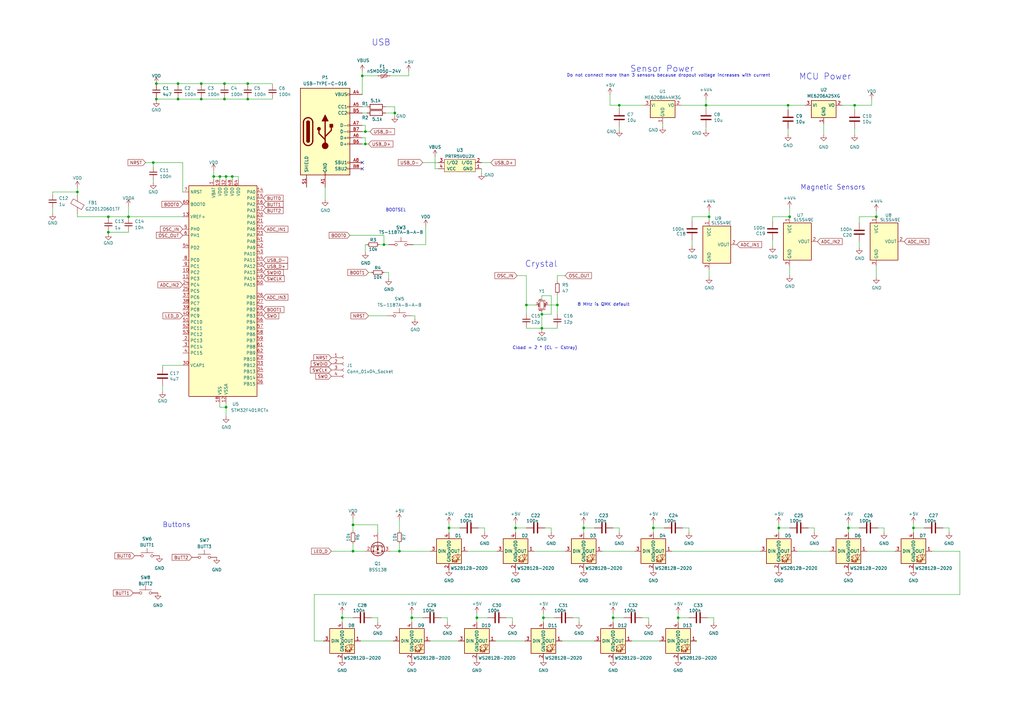
<source format=kicad_sch>
(kicad_sch (version 20230121) (generator eeschema)
  (paper "A3")
  (title_block (title "keeb") (date "2020-12-18") (rev "REV1"))
  (junction (at 228.6 125.095))
  (junction (at 92.71 167.005))
  (junction (at 73.025 34.29))
  (junction (at 290.83 88.9))
  (junction (at 161.925 46.355))
  (junction (at 144.78 226.06))
  (junction (at 101.6 40.64))
  (junction (at 254 43.18))
  (junction (at 92.075 40.64))
  (junction (at 211.455 216.535))
  (junction (at 90.17 72.39))
  (junction (at 157.48 100.33))
  (junction (at 195.58 253.365))
  (junction (at 215.9 125.095))
  (junction (at 31.75 78.74))
  (junction (at 319.405 216.535))
  (junction (at 92.71 72.39))
  (junction (at 267.97 216.535))
  (junction (at 168.91 253.365))
  (junction (at 149.86 53.975))
  (junction (at 64.135 40.64))
  (junction (at 95.25 72.39))
  (junction (at 140.335 253.365))
  (junction (at 148.59 31.115))
  (junction (at 222.885 253.365))
  (junction (at 222.25 128.905))
  (junction (at 82.55 34.29))
  (junction (at 289.56 43.18))
  (junction (at 222.25 134.62))
  (junction (at 163.83 226.06))
  (junction (at 374.65 216.535))
  (junction (at 144.78 215.265))
  (junction (at 347.98 216.535))
  (junction (at 184.15 216.535))
  (junction (at 44.45 95.25))
  (junction (at 64.135 34.29))
  (junction (at 52.705 88.9))
  (junction (at 323.85 88.9))
  (junction (at 87.63 72.39))
  (junction (at 82.55 40.64))
  (junction (at 149.86 59.055))
  (junction (at 323.215 43.18))
  (junction (at 350.52 43.18))
  (junction (at 278.13 253.365))
  (junction (at 92.075 34.29))
  (junction (at 73.025 40.64))
  (junction (at 359.41 88.9))
  (junction (at 62.865 66.675))
  (junction (at 239.395 216.535))
  (junction (at 251.46 253.365))
  (junction (at 101.6 34.29))
  (junction (at 44.45 88.9))
  (no_connect (at 148.59 66.675))
  (no_connect (at 148.59 69.215))
  (wire (pts (xy 290.83 110.49) (xy 290.83 113.665)))
  (wire (pts (xy 82.55 34.29) (xy 92.075 34.29)))
  (wire (pts (xy 52.705 84.455) (xy 52.705 88.9)))
  (wire (pts (xy 82.55 40.64) (xy 92.075 40.64)))
  (wire (pts (xy 140.335 253.365) (xy 140.335 255.27)))
  (wire (pts (xy 179.705 69.215) (xy 178.435 69.215)))
  (wire (pts (xy 128.905 262.89) (xy 132.715 262.89)))
  (wire (pts (xy 316.865 98.425) (xy 316.865 100.965)))
  (wire (pts (xy 251.46 253.365) (xy 255.905 253.365)))
  (wire (pts (xy 191.77 226.06) (xy 203.835 226.06)))
  (wire (pts (xy 327.025 226.06) (xy 340.36 226.06)))
  (wire (pts (xy 239.395 216.535) (xy 243.84 216.535)))
  (wire (pts (xy 92.075 34.29) (xy 101.6 34.29)))
  (wire (pts (xy 44.45 88.9) (xy 52.705 88.9)))
  (wire (pts (xy 160.02 31.115) (xy 167.64 31.115)))
  (wire (pts (xy 87.63 69.85) (xy 87.63 72.39)))
  (wire (pts (xy 92.71 167.005) (xy 92.71 170.815)))
  (wire (pts (xy 334.01 216.535) (xy 334.01 218.44)))
  (wire (pts (xy 111.76 40.005) (xy 111.76 40.64)))
  (wire (pts (xy 159.385 111.76) (xy 159.385 114.3)))
  (wire (pts (xy 195.58 253.365) (xy 200.025 253.365)))
  (wire (pts (xy 144.78 212.725) (xy 144.78 215.265)))
  (wire (pts (xy 150.495 43.815) (xy 148.59 43.815)))
  (wire (pts (xy 228.6 134.62) (xy 228.6 133.985)))
  (wire (pts (xy 174.625 100.33) (xy 174.625 92.71)))
  (wire (pts (xy 144.78 222.885) (xy 144.78 226.06)))
  (wire (pts (xy 149.86 53.975) (xy 151.765 53.975)))
  (wire (pts (xy 87.63 72.39) (xy 90.17 72.39)))
  (wire (pts (xy 168.91 253.365) (xy 173.355 253.365)))
  (wire (pts (xy 173.355 66.675) (xy 179.705 66.675)))
  (wire (pts (xy 140.335 253.365) (xy 144.78 253.365)))
  (wire (pts (xy 224.79 125.095) (xy 228.6 125.095)))
  (wire (pts (xy 21.59 80.01) (xy 21.59 78.74)))
  (wire (pts (xy 290.83 90.17) (xy 290.83 88.9)))
  (wire (pts (xy 278.13 251.46) (xy 278.13 253.365)))
  (wire (pts (xy 267.97 216.535) (xy 272.415 216.535)))
  (wire (pts (xy 359.41 86.36) (xy 359.41 88.9)))
  (wire (pts (xy 292.735 253.365) (xy 290.195 253.365)))
  (wire (pts (xy 184.15 216.535) (xy 184.15 218.44)))
  (wire (pts (xy 226.06 121.285) (xy 226.06 128.905)))
  (wire (pts (xy 345.44 43.18) (xy 350.52 43.18)))
  (wire (pts (xy 222.25 128.905) (xy 222.25 134.62)))
  (wire (pts (xy 62.865 66.675) (xy 62.865 68.58)))
  (wire (pts (xy 111.76 34.29) (xy 111.76 34.925)))
  (wire (pts (xy 148.59 46.355) (xy 150.495 46.355)))
  (wire (pts (xy 289.56 52.07) (xy 289.56 53.34)))
  (wire (pts (xy 323.215 52.705) (xy 323.215 55.245)))
  (wire (pts (xy 82.55 34.925) (xy 82.55 34.29)))
  (wire (pts (xy 334.01 216.535) (xy 331.47 216.535)))
  (wire (pts (xy 133.35 76.835) (xy 133.35 81.915)))
  (wire (pts (xy 323.215 45.085) (xy 323.215 43.18)))
  (wire (pts (xy 44.45 88.9) (xy 44.45 89.535)))
  (wire (pts (xy 149.86 100.33) (xy 149.86 103.505)))
  (wire (pts (xy 393.7 226.06) (xy 393.7 243.84)))
  (wire (pts (xy 64.135 40.64) (xy 73.025 40.64)))
  (wire (pts (xy 168.91 253.365) (xy 168.91 255.27)))
  (wire (pts (xy 237.49 253.365) (xy 234.95 253.365)))
  (wire (pts (xy 149.86 51.435) (xy 149.86 53.975)))
  (wire (pts (xy 64.135 40.64) (xy 64.135 40.005)))
  (wire (pts (xy 143.51 96.52) (xy 157.48 96.52)))
  (wire (pts (xy 219.075 226.06) (xy 231.775 226.06)))
  (wire (pts (xy 154.94 253.365) (xy 154.94 255.27)))
  (wire (pts (xy 323.85 85.09) (xy 323.85 88.9)))
  (wire (pts (xy 74.93 66.675) (xy 74.93 78.74)))
  (wire (pts (xy 275.59 226.06) (xy 311.785 226.06)))
  (wire (pts (xy 323.85 109.22) (xy 323.85 113.03)))
  (wire (pts (xy 250.19 43.18) (xy 254 43.18)))
  (wire (pts (xy 222.885 251.46) (xy 222.885 253.365)))
  (wire (pts (xy 198.755 216.535) (xy 198.755 218.44)))
  (wire (pts (xy 167.64 29.21) (xy 167.64 31.115)))
  (wire (pts (xy 148.59 31.115) (xy 148.59 38.735)))
  (wire (pts (xy 111.76 34.29) (xy 101.6 34.29)))
  (wire (pts (xy 254 216.535) (xy 251.46 216.535)))
  (wire (pts (xy 197.485 66.675) (xy 201.295 66.675)))
  (wire (pts (xy 350.52 52.705) (xy 350.52 55.245)))
  (wire (pts (xy 352.425 99.06) (xy 352.425 101.6)))
  (wire (pts (xy 101.6 34.29) (xy 101.6 34.925)))
  (wire (pts (xy 259.08 262.89) (xy 270.51 262.89)))
  (wire (pts (xy 161.925 46.355) (xy 161.925 47.625)))
  (wire (pts (xy 74.93 149.86) (xy 66.675 149.86)))
  (wire (pts (xy 163.83 226.06) (xy 176.53 226.06)))
  (wire (pts (xy 151.13 111.76) (xy 152.4 111.76)))
  (wire (pts (xy 355.6 226.06) (xy 367.03 226.06)))
  (wire (pts (xy 163.83 222.885) (xy 163.83 226.06)))
  (wire (pts (xy 148.59 29.21) (xy 148.59 31.115)))
  (wire (pts (xy 254 52.07) (xy 254 53.34)))
  (wire (pts (xy 92.075 40.64) (xy 101.6 40.64)))
  (wire (pts (xy 222.25 122.555) (xy 222.25 121.285)))
  (wire (pts (xy 160.02 226.06) (xy 163.83 226.06)))
  (wire (pts (xy 319.405 216.535) (xy 323.85 216.535)))
  (wire (pts (xy 183.515 253.365) (xy 183.515 255.27)))
  (wire (pts (xy 195.58 253.365) (xy 195.58 255.27)))
  (wire (pts (xy 140.335 251.46) (xy 140.335 253.365)))
  (wire (pts (xy 168.91 129.54) (xy 170.18 129.54)))
  (wire (pts (xy 264.16 43.18) (xy 254 43.18)))
  (wire (pts (xy 279.4 43.18) (xy 289.56 43.18)))
  (wire (pts (xy 222.885 253.365) (xy 222.885 255.27)))
  (wire (pts (xy 323.85 88.9) (xy 316.865 88.9)))
  (wire (pts (xy 231.775 113.03) (xy 228.6 113.03)))
  (wire (pts (xy 215.9 134.62) (xy 215.9 133.985)))
  (wire (pts (xy 128.905 243.84) (xy 128.905 262.89)))
  (wire (pts (xy 352.425 88.9) (xy 359.41 88.9)))
  (wire (pts (xy 289.56 44.45) (xy 289.56 43.18)))
  (wire (pts (xy 149.86 59.055) (xy 149.86 56.515)))
  (wire (pts (xy 31.75 87.63) (xy 31.75 88.9)))
  (wire (pts (xy 222.25 121.285) (xy 226.06 121.285)))
  (wire (pts (xy 157.48 111.76) (xy 159.385 111.76)))
  (wire (pts (xy 157.48 96.52) (xy 157.48 100.33)))
  (wire (pts (xy 222.25 135.255) (xy 222.25 134.62)))
  (wire (pts (xy 222.25 134.62) (xy 228.6 134.62)))
  (wire (pts (xy 278.13 253.365) (xy 278.13 255.27)))
  (wire (pts (xy 31.75 88.9) (xy 44.45 88.9)))
  (wire (pts (xy 319.405 214.63) (xy 319.405 216.535)))
  (wire (pts (xy 44.45 95.25) (xy 44.45 94.615)))
  (wire (pts (xy 183.515 253.365) (xy 180.975 253.365)))
  (wire (pts (xy 197.485 69.215) (xy 197.485 71.12)))
  (wire (pts (xy 62.865 73.66) (xy 62.865 74.93)))
  (wire (pts (xy 282.575 216.535) (xy 280.035 216.535)))
  (wire (pts (xy 101.6 40.005) (xy 101.6 40.64)))
  (wire (pts (xy 222.885 253.365) (xy 227.33 253.365)))
  (wire (pts (xy 283.845 98.425) (xy 283.845 100.965)))
  (wire (pts (xy 178.435 69.215) (xy 178.435 64.135)))
  (wire (pts (xy 92.075 34.925) (xy 92.075 34.29)))
  (wire (pts (xy 92.075 40.005) (xy 92.075 40.64)))
  (wire (pts (xy 211.455 214.63) (xy 211.455 216.535)))
  (wire (pts (xy 254 44.45) (xy 254 43.18)))
  (wire (pts (xy 90.17 165.1) (xy 90.17 167.005)))
  (wire (pts (xy 198.755 216.535) (xy 196.215 216.535)))
  (wire (pts (xy 73.025 40.005) (xy 73.025 40.64)))
  (wire (pts (xy 230.505 262.89) (xy 243.84 262.89)))
  (wire (pts (xy 350.52 45.085) (xy 350.52 43.18)))
  (wire (pts (xy 222.25 134.62) (xy 215.9 134.62)))
  (wire (pts (xy 161.925 43.815) (xy 161.925 46.355)))
  (wire (pts (xy 316.865 88.9) (xy 316.865 90.805)))
  (wire (pts (xy 222.25 127.635) (xy 222.25 128.905)))
  (wire (pts (xy 289.56 43.18) (xy 323.215 43.18)))
  (wire (pts (xy 59.69 66.675) (xy 62.865 66.675)))
  (wire (pts (xy 374.65 216.535) (xy 379.095 216.535)))
  (wire (pts (xy 357.505 40.64) (xy 357.505 43.18)))
  (wire (pts (xy 92.71 165.1) (xy 92.71 167.005)))
  (wire (pts (xy 95.25 72.39) (xy 95.25 73.66)))
  (wire (pts (xy 215.9 128.905) (xy 215.9 125.095)))
  (wire (pts (xy 73.025 40.64) (xy 82.55 40.64)))
  (wire (pts (xy 251.46 253.365) (xy 251.46 255.27)))
  (wire (pts (xy 149.86 100.33) (xy 150.495 100.33)))
  (wire (pts (xy 135.89 226.06) (xy 144.78 226.06)))
  (wire (pts (xy 31.75 76.835) (xy 31.75 78.74)))
  (wire (pts (xy 44.45 95.885) (xy 44.45 95.25)))
  (wire (pts (xy 168.91 251.46) (xy 168.91 253.365)))
  (wire (pts (xy 250.19 38.735) (xy 250.19 43.18)))
  (wire (pts (xy 163.83 213.36) (xy 163.83 217.805)))
  (wire (pts (xy 154.94 215.265) (xy 154.94 218.44)))
  (wire (pts (xy 195.58 251.46) (xy 195.58 253.365)))
  (wire (pts (xy 73.025 34.29) (xy 82.55 34.29)))
  (wire (pts (xy 292.735 253.365) (xy 292.735 255.27)))
  (wire (pts (xy 266.065 253.365) (xy 266.065 255.27)))
  (wire (pts (xy 347.98 216.535) (xy 347.98 218.44)))
  (wire (pts (xy 285.115 262.89) (xy 285.75 262.89)))
  (wire (pts (xy 347.98 214.63) (xy 347.98 216.535)))
  (wire (pts (xy 184.15 214.63) (xy 184.15 216.535)))
  (wire (pts (xy 239.395 216.535) (xy 239.395 218.44)))
  (wire (pts (xy 251.46 251.46) (xy 251.46 253.365)))
  (wire (pts (xy 374.65 214.63) (xy 374.65 216.535)))
  (wire (pts (xy 362.585 216.535) (xy 360.045 216.535)))
  (wire (pts (xy 374.65 216.535) (xy 374.65 218.44)))
  (wire (pts (xy 210.185 253.365) (xy 210.185 255.27)))
  (wire (pts (xy 31.75 78.74) (xy 31.75 80.01)))
  (wire (pts (xy 151.13 129.54) (xy 158.75 129.54)))
  (wire (pts (xy 155.575 100.33) (xy 157.48 100.33)))
  (wire (pts (xy 128.905 243.84) (xy 393.7 243.84)))
  (wire (pts (xy 92.71 72.39) (xy 92.71 73.66)))
  (wire (pts (xy 323.215 43.18) (xy 330.2 43.18)))
  (wire (pts (xy 87.63 72.39) (xy 87.63 73.66)))
  (wire (pts (xy 90.17 72.39) (xy 92.71 72.39)))
  (wire (pts (xy 184.15 216.535) (xy 188.595 216.535)))
  (wire (pts (xy 239.395 214.63) (xy 239.395 216.535)))
  (wire (pts (xy 362.585 216.535) (xy 362.585 218.44)))
  (wire (pts (xy 267.97 216.535) (xy 267.97 218.44)))
  (wire (pts (xy 92.71 72.39) (xy 95.25 72.39)))
  (wire (pts (xy 154.94 253.365) (xy 152.4 253.365)))
  (wire (pts (xy 169.545 100.33) (xy 174.625 100.33)))
  (wire (pts (xy 144.78 226.06) (xy 149.86 226.06)))
  (wire (pts (xy 82.55 40.005) (xy 82.55 40.64)))
  (wire (pts (xy 144.78 215.265) (xy 154.94 215.265)))
  (wire (pts (xy 176.53 262.89) (xy 187.96 262.89)))
  (wire (pts (xy 211.455 216.535) (xy 215.9 216.535)))
  (wire (pts (xy 382.27 226.06) (xy 393.7 226.06)))
  (wire (pts (xy 237.49 253.365) (xy 237.49 255.27)))
  (wire (pts (xy 389.255 216.535) (xy 389.255 218.44)))
  (wire (pts (xy 247.015 226.06) (xy 260.35 226.06)))
  (wire (pts (xy 148.59 31.115) (xy 154.94 31.115)))
  (wire (pts (xy 158.115 46.355) (xy 161.925 46.355)))
  (wire (pts (xy 144.78 215.265) (xy 144.78 217.805)))
  (wire (pts (xy 215.9 113.03) (xy 212.09 113.03)))
  (wire (pts (xy 170.18 129.54) (xy 170.18 130.81)))
  (wire (pts (xy 64.135 34.29) (xy 73.025 34.29)))
  (wire (pts (xy 90.17 72.39) (xy 90.17 73.66)))
  (wire (pts (xy 210.185 253.365) (xy 207.645 253.365)))
  (wire (pts (xy 226.06 128.905) (xy 222.25 128.905)))
  (wire (pts (xy 148.59 51.435) (xy 149.86 51.435)))
  (wire (pts (xy 211.455 216.535) (xy 211.455 218.44)))
  (wire (pts (xy 64.135 34.29) (xy 64.135 34.925)))
  (wire (pts (xy 389.255 216.535) (xy 386.715 216.535)))
  (wire (pts (xy 337.82 50.8) (xy 337.82 55.245)))
  (wire (pts (xy 215.9 113.03) (xy 215.9 125.095)))
  (wire (pts (xy 290.83 86.36) (xy 290.83 88.9)))
  (wire (pts (xy 52.705 88.9) (xy 52.705 89.535)))
  (wire (pts (xy 97.79 72.39) (xy 97.79 73.66)))
  (wire (pts (xy 148.59 56.515) (xy 149.86 56.515)))
  (wire (pts (xy 203.2 262.89) (xy 215.265 262.89)))
  (wire (pts (xy 283.845 88.9) (xy 283.845 90.805)))
  (wire (pts (xy 73.025 34.925) (xy 73.025 34.29)))
  (wire (pts (xy 157.48 100.33) (xy 159.385 100.33)))
  (wire (pts (xy 52.705 95.25) (xy 52.705 94.615)))
  (wire (pts (xy 226.06 216.535) (xy 226.06 218.44)))
  (wire (pts (xy 148.59 53.975) (xy 149.86 53.975)))
  (wire (pts (xy 90.17 167.005) (xy 92.71 167.005)))
  (wire (pts (xy 289.56 40.64) (xy 289.56 43.18)))
  (wire (pts (xy 62.865 66.675) (xy 74.93 66.675)))
  (wire (pts (xy 282.575 216.535) (xy 282.575 218.44)))
  (wire (pts (xy 149.86 59.055) (xy 151.13 59.055)))
  (wire (pts (xy 215.9 125.095) (xy 219.71 125.095)))
  (wire (pts (xy 359.41 109.22) (xy 359.41 113.665)))
  (wire (pts (xy 66.675 158.115) (xy 66.675 160.655)))
  (wire (pts (xy 271.78 50.8) (xy 271.78 52.07)))
  (wire (pts (xy 290.83 88.9) (xy 283.845 88.9)))
  (wire (pts (xy 319.405 216.535) (xy 319.405 218.44)))
  (wire (pts (xy 266.065 253.365) (xy 263.525 253.365)))
  (wire (pts (xy 278.13 253.365) (xy 282.575 253.365)))
  (wire (pts (xy 111.76 40.64) (xy 101.6 40.64)))
  (wire (pts (xy 228.6 113.03) (xy 228.6 115.57)))
  (wire (pts (xy 228.6 128.905) (xy 228.6 125.095)))
  (wire (pts (xy 95.25 72.39) (xy 97.79 72.39)))
  (wire (pts (xy 66.675 149.86) (xy 66.675 150.495)))
  (wire (pts (xy 161.925 43.815) (xy 158.115 43.815)))
  (wire (pts (xy 147.955 262.89) (xy 161.29 262.89)))
  (wire (pts (xy 21.59 78.74) (xy 31.75 78.74)))
  (wire (pts (xy 226.06 216.535) (xy 223.52 216.535)))
  (wire (pts (xy 21.59 85.09) (xy 21.59 87.63)))
  (wire (pts (xy 254 216.535) (xy 254 218.44)))
  (wire (pts (xy 148.59 59.055) (xy 149.86 59.055)))
  (wire (pts (xy 267.97 214.63) (xy 267.97 216.535)))
  (wire (pts (xy 350.52 43.18) (xy 357.505 43.18)))
  (wire (pts (xy 228.6 120.65) (xy 228.6 125.095)))
  (wire (pts (xy 52.705 88.9) (xy 74.93 88.9)))
  (wire (pts (xy 44.45 95.25) (xy 52.705 95.25)))
  (wire (pts (xy 64.135 41.275) (xy 64.135 40.64)))
  (wire (pts (xy 352.425 88.9) (xy 352.425 91.44)))
  (wire (pts (xy 347.98 216.535) (xy 352.425 216.535)))
  (text "Sensor Power" (at 258.445 29.845 0) (effects (font (size 2.54 2.54)) (justify left bottom)))
  (text "Do not connect more than 3 sensors because dropout voltage increases with current" (at 232.41 31.75 0) (effects (font (size 1.27 1.27)) (justify left bottom)))
  (text "BOOTSEL" (at 158.115 86.995 0) (effects (font (size 1.27 1.27)) (justify left bottom)))
  (text "8 MHz is QMK default" (at 236.855 125.73 0) (effects (font (size 1.27 1.27)) (justify left bottom)))
  (text "Crystal" (at 215.265 109.855 0) (effects (font (size 2.54 2.54)) (justify left bottom)))
  (text "MCU Power" (at 327.66 33.02 0) (effects (font (size 2.54 2.54)) (justify left bottom)))
  (text "Magnetic Sensors" (at 328.295 78.105 0) (effects (font (size 2 2)) (justify left bottom)))
  (text "USB" (at 152.4 19.05 0) (effects (font (size 2.54 2.54)) (justify left bottom)))
  (text "Buttons" (at 66.675 216.535 0) (effects (font (size 2 2)) (justify left bottom)))
  (text "Cload = 2 * (CL - Cstray)" (at 210.185 143.51 0) (effects (font (size 1.27 1.27)) (justify left bottom)))
  (text "\n\n\n\n\n\n" (at 125.73 212.09 0) (effects (font (size 1.27 1.27)) (justify left bottom)))
  (global_label "LED_D" (shape input) (at 74.93 129.54 180) (property "Intersheetrefs" "${INTERSHEET_REFS}" (effects hide)))
  (global_label "LED_D" (shape input) (at 135.89 226.06 180) (property "Intersheetrefs" "${INTERSHEET_REFS}" (effects hide)))
  (global_label "USB_D+" (shape input) (at 151.13 59.055 0) (property "Intersheetrefs" "${INTERSHEET_REFS}" (effects hide)))
  (global_label "OSC_OUT" (shape input) (at 74.93 96.52 180) (property "Intersheetrefs" "${INTERSHEET_REFS}" (effects hide)))
  (global_label "BOOT0" (shape input) (at 74.93 83.82 180) (property "Intersheetrefs" "${INTERSHEET_REFS}" (effects hide)))
  (global_label "BUTT0" (shape input) (at 107.95 81.28 0) (property "Intersheetrefs" "${INTERSHEET_REFS}" (effects hide)))
  (global_label "NRST" (shape input) (at 135.89 146.685 180) (property "Intersheetrefs" "${INTERSHEET_REFS}" (effects hide)))
  (global_label "ADC_IN1" (shape input) (at 302.26 100.33 0) (property "Intersheetrefs" "${INTERSHEET_REFS}" (effects hide)))
  (global_label "BUTT2" (shape input) (at 107.95 86.36 0) (property "Intersheetrefs" "${INTERSHEET_REFS}" (effects hide)))
  (global_label "USB_D-" (shape input) (at 173.355 66.675 180) (property "Intersheetrefs" "${INTERSHEET_REFS}" (effects hide)))
  (global_label "BOOT0" (shape input) (at 143.51 96.52 180) (property "Intersheetrefs" "${INTERSHEET_REFS}" (effects hide)))
  (global_label "BOOT1" (shape input) (at 107.95 127 0) (property "Intersheetrefs" "${INTERSHEET_REFS}" (effects hide)))
  (global_label "OSC_IN" (shape input) (at 212.09 113.03 180) (property "Intersheetrefs" "${INTERSHEET_REFS}" (effects hide)))
  (global_label "ADC_IN2" (shape input) (at 74.93 116.84 180) (property "Intersheetrefs" "${INTERSHEET_REFS}" (effects hide)))
  (global_label "SWO" (shape input) (at 107.95 129.54 0) (property "Intersheetrefs" "${INTERSHEET_REFS}" (effects hide)))
  (global_label "BUTT2" (shape input) (at 78.74 228.6 180) (property "Intersheetrefs" "${INTERSHEET_REFS}" (effects hide)))
  (global_label "SWDIO" (shape input) (at 107.95 111.76 0) (property "Intersheetrefs" "${INTERSHEET_REFS}" (effects hide)))
  (global_label "NRST" (shape input) (at 151.13 129.54 180) (property "Intersheetrefs" "${INTERSHEET_REFS}" (effects hide)))
  (global_label "ADC_IN3" (shape input) (at 107.95 121.92 0) (property "Intersheetrefs" "${INTERSHEET_REFS}" (effects hide)))
  (global_label "BUTT1" (shape input) (at 54.61 243.205 180) (property "Intersheetrefs" "${INTERSHEET_REFS}" (effects hide)))
  (global_label "USB_D+" (shape input) (at 107.95 109.22 0) (property "Intersheetrefs" "${INTERSHEET_REFS}" (effects hide)))
  (global_label "NRST" (shape input) (at 59.69 66.675 180) (property "Intersheetrefs" "${INTERSHEET_REFS}" (effects hide)))
  (global_label "BOOT1" (shape input) (at 151.13 111.76 180) (property "Intersheetrefs" "${INTERSHEET_REFS}" (effects hide)))
  (global_label "SWO" (shape input) (at 135.89 154.305 180) (property "Intersheetrefs" "${INTERSHEET_REFS}" (effects hide)))
  (global_label "SWDIO" (shape input) (at 135.89 149.225 180) (property "Intersheetrefs" "${INTERSHEET_REFS}" (effects hide)))
  (global_label "OSC_IN" (shape input) (at 74.93 93.98 180) (property "Intersheetrefs" "${INTERSHEET_REFS}" (effects hide)))
  (global_label "SWCLK" (shape input) (at 107.95 114.3 0) (property "Intersheetrefs" "${INTERSHEET_REFS}" (effects hide)))
  (global_label "USB_D-" (shape input) (at 151.765 53.975 0) (property "Intersheetrefs" "${INTERSHEET_REFS}" (effects hide)))
  (global_label "USB_D-" (shape input) (at 107.95 106.68 0) (property "Intersheetrefs" "${INTERSHEET_REFS}" (effects hide)))
  (global_label "USB_D+" (shape input) (at 201.295 66.675 0) (property "Intersheetrefs" "${INTERSHEET_REFS}" (effects hide)))
  (global_label "ADC_IN2" (shape input) (at 335.28 99.06 0) (property "Intersheetrefs" "${INTERSHEET_REFS}" (effects hide)))
  (global_label "OSC_OUT" (shape input) (at 231.775 113.03 0) (property "Intersheetrefs" "${INTERSHEET_REFS}" (effects hide)))
  (global_label "ADC_IN3" (shape input) (at 370.84 99.06 0) (property "Intersheetrefs" "${INTERSHEET_REFS}" (effects hide)))
  (global_label "BUTT1" (shape input) (at 107.95 83.82 0) (property "Intersheetrefs" "${INTERSHEET_REFS}" (effects hide)))
  (global_label "ADC_IN1" (shape input) (at 107.95 93.98 0) (property "Intersheetrefs" "${INTERSHEET_REFS}" (effects hide)))
  (global_label "SWCLK" (shape input) (at 135.89 151.765 180) (property "Intersheetrefs" "${INTERSHEET_REFS}" (effects hide)))
  (global_label "BUTT0" (shape input) (at 55.245 227.965 180) (property "Intersheetrefs" "${INTERSHEET_REFS}" (effects hide)))
  (symbol (lib_id "power:GND") (at 133.35 81.915 0) (unit 1)
    (property "Reference" "#PWR020" (effects hide))
    (property "Value" "GND" (at 133.477 86.3092 0))
  )
  (symbol (lib_id "power:GND") (at 159.385 114.3 0) (unit 1)
    (property "Reference" "#PWR027" (effects hide))
    (property "Value" "GND" (at 159.512 118.6942 0))
  )
  (symbol (lib_id "LED:WS2812B-2020") (at 278.13 262.89 0) (unit 1)
    (property "Reference" "D13" (at 281.94 256.54 0))
    (property "Value" "WS2812B-2020" (at 286.385 269.875 0))
    (property "Footprint" "LED_SMD:LED_WS2812B-2020_PLCC4_2.0x2.0mm" (effects hide))
  )
  (symbol (lib_id "power:GND") (at 161.925 47.625 0) (unit 1)
    (property "Reference" "#PWR08" (effects hide))
    (property "Value" "GND" (at 164.465 47.625 0))
  )
  (symbol (lib_id "Device:Crystal_GND24_Small") (at 222.25 125.095 0) (unit 1)
    (property "Reference" "Y1" (at 220.98 119.38 0) (effects (justify left)))
    (property "Value" "8MHz" (effects hide))
    (property "Footprint" "Crystal:Crystal_SMD_3225-4Pin_3.2x2.5mm" (effects hide))
    (property "LCSC Part #" "C13738" (effects hide))
  )
  (symbol (lib_id "power:GND") (at 170.18 130.81 0) (unit 1)
    (property "Reference" "#PWR029" (effects hide))
    (property "Value" "GND" (at 170.307 135.2042 0))
  )
  (symbol (lib_id "LED:WS2812B-2020") (at 184.15 226.06 0) (unit 1)
    (property "Reference" "D1" (at 187.96 219.71 0))
    (property "Value" "WS2812B-2020" (at 192.405 233.045 0))
    (property "Footprint" "LED_SMD:LED_WS2812B-2020_PLCC4_2.0x2.0mm" (effects hide))
  )
  (symbol (lib_id "Device:C_Small") (at 215.9 131.445 0) (unit 1)
    (property "Reference" "C15" (at 217.805 129.54 0) (effects (justify left)))
    (property "Value" "12p" (at 217.805 132.08 0) (effects (justify left)))
    (property "Footprint" "Capacitor_SMD:C_0402_1005Metric" (effects hide))
    (property "LCSC Part #" "C1547" (effects hide))
  )
  (symbol (lib_name "GND_1") (lib_id "power:GND") (at 251.46 270.51 0) (unit 1)
    (property "Reference" "#PWR085" (effects hide))
    (property "Value" "GND" (at 251.46 274.955 0))
  )
  (symbol (lib_id "power:VBUS") (at 178.435 64.135 0) (unit 1)
    (property "Reference" "#PWR015" (effects hide))
    (property "Value" "VBUS" (at 178.435 60.325 0))
  )
  (symbol (lib_id "power:GND") (at 222.25 135.255 0) (unit 1)
    (property "Reference" "#PWR030" (effects hide))
    (property "Value" "GND" (at 222.25 139.065 0))
  )
  (symbol (lib_id "Device:C") (at 283.845 94.615 180) (unit 1)
    (property "Reference" "C18" (at 281.305 95.885 0) (effects (justify left)))
    (property "Value" "100n" (at 280.67 93.98 0) (effects (justify left)))
    (property "Footprint" "Capacitor_SMD:C_0402_1005Metric" (effects hide))
  )
  (symbol (lib_name "GND_1") (lib_id "power:GND") (at 282.575 218.44 0) (unit 1)
    (property "Reference" "#PWR055" (effects hide))
    (property "Value" "GND" (at 282.575 222.885 0))
  )
  (symbol (lib_id "power:+4V4") (at 290.83 86.36 0) (unit 1)
    (property "Reference" "#PWR34" (effects hide))
    (property "Value" "+4V4" (at 290.83 82.55 0))
  )
  (symbol (lib_name "GND_1") (lib_id "power:GND") (at 140.335 270.51 0) (unit 1)
    (property "Reference" "#PWR081" (effects hide))
    (property "Value" "GND" (at 140.335 274.955 0))
  )
  (symbol (lib_id "MCU_ST_STM32F4:STM32F401RCTx") (at 90.17 119.38 0) (unit 1)
    (property "Reference" "U5" (at 95.25 165.735 0) (effects (justify left)))
    (property "Value" "STM32F401RCTx" (at 94.6659 168.275 0) (effects (justify left)))
    (property "Footprint" "Package_QFP:LQFP-64_10x10mm_P0.5mm" (effects hide))
    (property "Datasheet" "https://www.st.com/resource/en/datasheet/stm32f401rc.pdf" (effects hide))
  )
  (symbol (lib_id "power:+5V") (at 167.64 29.21 0) (unit 1)
    (property "Reference" "#PWR02" (effects hide))
    (property "Value" "+5V" (at 167.64 25.4 0))
  )
  (symbol (lib_id "LED:WS2812B-2020") (at 251.46 262.89 0) (unit 1)
    (property "Reference" "D12" (at 255.27 256.54 0))
    (property "Value" "WS2812B-2020" (at 259.715 269.875 0))
    (property "Footprint" "LED_SMD:LED_WS2812B-2020_PLCC4_2.0x2.0mm" (effects hide))
  )
  (symbol (lib_id "power:+5V") (at 251.46 251.46 0) (unit 1)
    (property "Reference" "#PWR073" (effects hide))
    (property "Value" "+5V" (at 251.46 247.65 0))
  )
  (symbol (lib_id "power:+5V") (at 250.19 38.735 0) (unit 1)
    (property "Reference" "#PWR04" (effects hide))
    (property "Value" "+5V" (at 250.19 34.925 0))
  )
  (symbol (lib_name "GND_1") (lib_id "power:GND") (at 65.405 227.965 0) (unit 1)
    (property "Reference" "#PWR059" (effects hide))
    (property "Value" "GND" (at 65.405 233.045 0))
  )
  (symbol (lib_id "Device:C") (at 148.59 253.365 90) (unit 1)
    (property "Reference" "C28" (at 150.495 248.285 90) (effects (justify left)))
    (property "Value" "100n" (at 149.733 250.444 90) (effects (justify left)))
    (property "Footprint" "Capacitor_SMD:C_0402_1005Metric" (effects hide))
  )
  (symbol (lib_id "power:GND") (at 323.215 55.245 0) (unit 1)
    (property "Reference" "#PWR012" (effects hide))
    (property "Value" "GND" (at 323.215 59.69 0))
  )
  (symbol (lib_id "Device:C") (at 382.905 216.535 90) (unit 1)
    (property "Reference" "C27" (at 384.81 211.455 90) (effects (justify left)))
    (property "Value" "100n" (at 384.048 213.614 90) (effects (justify left)))
    (property "Footprint" "Capacitor_SMD:C_0402_1005Metric" (effects hide))
  )
  (symbol (lib_id "power:GND") (at 352.425 101.6 0) (unit 1)
    (property "Reference" "#PWR039" (effects hide))
    (property "Value" "GND" (at 352.552 105.9942 0))
  )
  (symbol (lib_id "power:+5V") (at 168.91 251.46 0) (unit 1)
    (property "Reference" "#PWR070" (effects hide))
    (property "Value" "+5V" (at 168.91 247.65 0))
  )
  (symbol (lib_id "Device:C") (at 350.52 48.895 0) (unit 1)
    (property "Reference" "C10" (at 353.695 47.625 0) (effects (justify left)))
    (property "Value" "10u" (at 353.695 49.9364 0) (effects (justify left)))
    (property "Footprint" "Capacitor_SMD:C_1206_3216Metric" (effects hide))
  )
  (symbol (lib_id "power:+5V") (at 239.395 214.63 0) (unit 1)
    (property "Reference" "#PWR047" (effects hide))
    (property "Value" "+5V" (at 239.395 210.82 0))
  )
  (symbol (lib_id "power:GND") (at 271.78 52.07 0) (unit 1)
    (property "Reference" "#PWR09" (effects hide))
    (property "Value" "GND" (at 267.97 53.34 0))
  )
  (symbol (lib_id "Device:R_Small") (at 228.6 118.11 0) (unit 1)
    (property "Reference" "R5" (at 230.505 116.84 0) (effects (justify left)))
    (property "Value" "47" (at 230.505 119.38 0) (effects (justify left)))
    (property "Footprint" "Resistor_SMD:R_0402_1005Metric" (effects hide))
    (property "LCSC Part #" "C25118" (effects hide))
  )
  (symbol (lib_id "Device:C") (at 192.405 216.535 90) (unit 1)
    (property "Reference" "C21" (at 194.31 211.455 90) (effects (justify left)))
    (property "Value" "100n" (at 193.548 213.614 90) (effects (justify left)))
    (property "Footprint" "Capacitor_SMD:C_0402_1005Metric" (effects hide))
  )
  (symbol (lib_id "power:GND") (at 149.86 103.505 0) (unit 1)
    (property "Reference" "#PWR026" (effects hide))
    (property "Value" "GND" (at 149.987 107.8992 0))
  )
  (symbol (lib_id "power:VDD") (at 174.625 92.71 0) (unit 1)
    (property "Reference" "#PWR024" (effects hide))
    (property "Value" "VDD" (at 174.625 88.9 0))
  )
  (symbol (lib_name "GND_1") (lib_id "power:GND") (at 374.65 233.68 0) (unit 1)
    (property "Reference" "#PWR067" (effects hide))
    (property "Value" "GND" (at 374.65 238.125 0))
  )
  (symbol (lib_name "GND_1") (lib_id "power:GND") (at 237.49 255.27 0) (unit 1)
    (property "Reference" "#PWR078" (effects hide))
    (property "Value" "GND" (at 237.49 259.715 0))
  )
  (symbol (lib_name "GND_1") (lib_id "power:GND") (at 64.77 243.205 0) (unit 1)
    (property "Reference" "#PWR068" (effects hide))
    (property "Value" "GND" (at 64.77 248.285 0))
  )
  (symbol (lib_name "GND_1") (lib_id "power:GND") (at 183.515 255.27 0) (unit 1)
    (property "Reference" "#PWR076" (effects hide))
    (property "Value" "GND" (at 183.515 259.715 0))
  )
  (symbol (lib_id "power:VDD") (at 144.78 212.725 0) (unit 1)
    (property "Reference" "#PWR043" (effects hide))
    (property "Value" "VDD" (at 144.78 209.55 0))
  )
  (symbol (lib_id "LED:WS2812B-2020") (at 140.335 262.89 0) (unit 1)
    (property "Reference" "D8" (at 144.145 256.54 0))
    (property "Value" "WS2812B-2020" (at 148.59 269.875 0))
    (property "Footprint" "LED_SMD:LED_WS2812B-2020_PLCC4_2.0x2.0mm" (effects hide))
  )
  (symbol (lib_id "Device:C_Small") (at 21.59 82.55 0) (unit 1)
    (property "Reference" "C12" (at 24.13 81.28 0) (effects (justify left)))
    (property "Value" "1u" (at 24.13 83.82 0) (effects (justify left)))
    (property "Footprint" "Capacitor_SMD:C_0402_1005Metric" (effects hide))
    (property "LCSC Part #" "C52923" (effects hide))
  )
  (symbol (lib_id "Device:C") (at 231.14 253.365 90) (unit 1)
    (property "Reference" "C31" (at 233.045 248.285 90) (effects (justify left)))
    (property "Value" "100n" (at 232.283 250.444 90) (effects (justify left)))
    (property "Footprint" "Capacitor_SMD:C_0402_1005Metric" (effects hide))
  )
  (symbol (lib_name "GND_1") (lib_id "power:GND") (at 254 218.44 0) (unit 1)
    (property "Reference" "#PWR054" (effects hide))
    (property "Value" "GND" (at 254 222.885 0))
  )
  (symbol (lib_id "Device:C") (at 352.425 95.25 180) (unit 1)
    (property "Reference" "C20" (at 349.504 96.4184 0) (effects (justify left)))
    (property "Value" "100n" (at 349.504 94.107 0) (effects (justify left)))
    (property "Footprint" "Capacitor_SMD:C_0402_1005Metric" (effects hide))
  )
  (symbol (lib_name "GND_1") (lib_id "power:GND") (at 211.455 233.68 0) (unit 1)
    (property "Reference" "#PWR062" (effects hide))
    (property "Value" "GND" (at 211.455 238.125 0))
  )
  (symbol (lib_id "Connector:USB_C_Receptacle_USB2.0") (at 133.35 53.975 0) (unit 1)
    (property "Reference" "P1" (at 133.35 31.75 0))
    (property "Value" "USB-TYPE-C-016" (at 133.35 34.29 0))
    (property "Footprint" "Connector_USB:USB-TYPE-C-016_Receptacle_DEALON_16P_MidMnt" (effects hide))
  )
  (symbol (lib_id "Device:C_Small") (at 101.6 37.465 0) (unit 1)
    (property "Reference" "C5" (at 104.14 36.195 0) (effects (justify left)))
    (property "Value" "100n" (at 104.14 38.735 0) (effects (justify left)))
    (property "Footprint" "Capacitor_SMD:C_0402_1005Metric" (effects hide))
    (property "LCSC Part #" "C1525" (effects hide))
  )
  (symbol (lib_id "Device:C_Small") (at 73.025 37.465 0) (unit 1)
    (property "Reference" "C2" (at 75.565 36.195 0) (effects (justify left)))
    (property "Value" "100n" (at 75.565 38.735 0) (effects (justify left)))
    (property "Footprint" "Capacitor_SMD:C_0402_1005Metric" (effects hide))
    (property "LCSC Part #" "C1525" (effects hide))
  )
  (symbol (lib_id "power:GND") (at 323.85 113.03 0) (unit 1)
    (property "Reference" "#PWR040" (effects hide))
    (property "Value" "GND" (at 323.977 117.4242 0))
  )
  (symbol (lib_id "power:GND") (at 21.59 87.63 0) (unit 1)
    (property "Reference" "#PWR022" (effects hide))
    (property "Value" "GND" (at 21.59 91.44 0))
  )
  (symbol (lib_id "power:+5V") (at 278.13 251.46 0) (unit 1)
    (property "Reference" "#PWR074" (effects hide))
    (property "Value" "+5V" (at 278.13 247.65 0))
  )
  (symbol (lib_id "power:+5V") (at 184.15 214.63 0) (unit 1)
    (property "Reference" "#PWR045" (effects hide))
    (property "Value" "+5V" (at 184.15 210.82 0))
  )
  (symbol (lib_id "Device:C_Small") (at 52.705 92.075 0) (unit 1)
    (property "Reference" "C14" (at 55.245 90.805 0) (effects (justify left)))
    (property "Value" "10n" (at 55.245 93.345 0) (effects (justify left)))
    (property "Footprint" "Capacitor_SMD:C_0402_1005Metric" (effects hide))
    (property "LCSC Part #" "C15195" (effects hide))
  )
  (symbol (lib_id "Switch:SW_Push") (at 59.69 243.205 0) (unit 1)
    (property "Reference" "SW8" (at 59.69 236.855 0))
    (property "Value" "BUTT2" (at 59.69 239.395 0))
    (property "Footprint" "Button_Switch_SMD:SW_Push_1P1T_NO_6x6mm_H9.5mm" (effects hide))
  )
  (symbol (lib_id "Device:C") (at 66.675 154.305 0) (unit 1)
    (property "Reference" "C17" (at 69.596 153.1366 0) (effects (justify left)))
    (property "Value" "4u7" (at 69.596 155.448 0) (effects (justify left)))
    (property "Footprint" "Capacitor_SMD:C_0805_2012Metric" (effects hide))
  )
  (symbol (lib_id "power:GND") (at 283.845 100.965 0) (unit 1)
    (property "Reference" "#PWR037" (effects hide))
    (property "Value" "GND" (at 283.972 105.3592 0))
  )
  (symbol (lib_id "keebio:PRTR5V0U2X") (at 188.595 67.945 180) (unit 1)
    (property "Reference" "U3" (at 188.595 61.595 0))
    (property "Value" "PRTR5V0U2X" (at 188.595 64.135 0))
    (property "Footprint" "Keebio-Parts:SOT-143B" (effects hide))
  )
  (symbol (lib_id "power:GND") (at 337.82 55.245 0) (unit 1)
    (property "Reference" "#PWR013" (effects hide))
    (property "Value" "GND" (at 337.82 60.325 0))
  )
  (symbol (lib_id "power:GND") (at 289.56 53.34 0) (unit 1)
    (property "Reference" "#PWR011" (effects hide))
    (property "Value" "GND" (at 285.75 54.61 0))
  )
  (symbol (lib_id "Device:C") (at 259.715 253.365 90) (unit 1)
    (property "Reference" "C32" (at 261.62 248.285 90) (effects (justify left)))
    (property "Value" "100n" (at 260.858 250.444 90) (effects (justify left)))
    (property "Footprint" "Capacitor_SMD:C_0402_1005Metric" (effects hide))
  )
  (symbol (lib_id "power:GND") (at 64.135 41.275 0) (unit 1)
    (property "Reference" "#PWR07" (effects hide))
    (property "Value" "GND" (at 64.135 45.085 0))
  )
  (symbol (lib_name "GND_1") (lib_id "power:GND") (at 239.395 233.68 0) (unit 1)
    (property "Reference" "#PWR063" (effects hide))
    (property "Value" "GND" (at 239.395 238.125 0))
  )
  (symbol (lib_id "Device:C") (at 323.215 48.895 0) (unit 1)
    (property "Reference" "C9" (at 326.39 47.625 0) (effects (justify left)))
    (property "Value" "10u" (at 326.39 49.9364 0) (effects (justify left)))
    (property "Footprint" "Capacitor_SMD:C_1206_3216Metric" (effects hide))
  )
  (symbol (lib_id "power:VDD") (at 31.75 76.835 0) (unit 1)
    (property "Reference" "#PWR019" (effects hide))
    (property "Value" "VDD" (at 31.75 73.025 0))
  )
  (symbol (lib_name "GND_1") (lib_id "power:GND") (at 154.94 255.27 0) (unit 1)
    (property "Reference" "#PWR075" (effects hide))
    (property "Value" "GND" (at 154.94 259.715 0))
  )
  (symbol (lib_name "GND_1") (lib_id "power:GND") (at 195.58 270.51 0) (unit 1)
    (property "Reference" "#PWR083" (effects hide))
    (property "Value" "GND" (at 195.58 274.955 0))
  )
  (symbol (lib_id "LED:WS2812B-2020") (at 239.395 226.06 0) (unit 1)
    (property "Reference" "D3" (at 243.205 219.71 0))
    (property "Value" "WS2812B-2020" (at 247.65 233.045 0))
    (property "Footprint" "LED_SMD:LED_WS2812B-2020_PLCC4_2.0x2.0mm" (effects hide))
  )
  (symbol (lib_id "LED:WS2812B-2020") (at 222.885 262.89 0) (unit 1)
    (property "Reference" "D11" (at 226.695 256.54 0))
    (property "Value" "WS2812B-2020" (at 231.14 269.875 0))
    (property "Footprint" "LED_SMD:LED_WS2812B-2020_PLCC4_2.0x2.0mm" (effects hide))
  )
  (symbol (lib_name "GND_1") (lib_id "power:GND") (at 222.885 270.51 0) (unit 1)
    (property "Reference" "#PWR084" (effects hide))
    (property "Value" "GND" (at 222.885 274.955 0))
  )
  (symbol (lib_id "Device:FerriteBead") (at 31.75 83.82 0) (unit 1)
    (property "Reference" "FB1" (at 36.195 83.1342 0) (effects (justify left)))
    (property "Value" "GZ2012D601TF" (at 34.925 85.725 0) (effects (justify left)))
    (property "Footprint" "Capacitor_SMD:C_0805_2012Metric" (effects hide))
  )
  (symbol (lib_name "GND_1") (lib_id "power:GND") (at 292.735 255.27 0) (unit 1)
    (property "Reference" "#PWR080" (effects hide))
    (property "Value" "GND" (at 292.735 259.715 0))
  )
  (symbol (lib_id "power:GND") (at 359.41 113.665 0) (unit 1)
    (property "Reference" "#PWR042" (effects hide))
    (property "Value" "GND" (at 359.537 118.0592 0))
  )
  (symbol (lib_id "power:GND") (at 316.865 100.965 0) (unit 1)
    (property "Reference" "#PWR038" (effects hide))
    (property "Value" "GND" (at 316.992 105.3592 0))
  )
  (symbol (lib_id "power:VBUS") (at 148.59 29.21 0) (unit 1)
    (property "Reference" "#PWR01" (effects hide))
    (property "Value" "VBUS" (at 148.971 24.8158 0))
  )
  (symbol (lib_id "power:GND") (at 66.675 160.655 0) (unit 1)
    (property "Reference" "#PWR031" (effects hide))
    (property "Value" "GND" (at 66.675 164.465 0))
  )
  (symbol (lib_id "Device:C") (at 356.235 216.535 90) (unit 1)
    (property "Reference" "C26" (at 358.14 211.455 90) (effects (justify left)))
    (property "Value" "100n" (at 357.378 213.614 90) (effects (justify left)))
    (property "Footprint" "Capacitor_SMD:C_0402_1005Metric" (effects hide))
  )
  (symbol (lib_id "power:+4V4") (at 289.56 40.64 0) (unit 1)
    (property "Reference" "#PWR5" (effects hide))
    (property "Value" "+4V4" (at 289.56 36.83 0))
  )
  (symbol (lib_id "LED:WS2812B-2020") (at 374.65 226.06 0) (unit 1)
    (property "Reference" "D7" (at 378.46 219.71 0))
    (property "Value" "WS2812B-2020" (at 382.905 233.045 0))
    (property "Footprint" "LED_SMD:LED_WS2812B-2020_PLCC4_2.0x2.0mm" (effects hide))
  )
  (symbol (lib_id "power:GND") (at 290.83 113.665 0) (unit 1)
    (property "Reference" "#PWR041" (effects hide))
    (property "Value" "GND" (at 290.957 118.0592 0))
  )
  (symbol (lib_id "Device:C") (at 219.71 216.535 90) (unit 1)
    (property "Reference" "C22" (at 221.615 211.455 90) (effects (justify left)))
    (property "Value" "100n" (at 220.853 213.614 90) (effects (justify left)))
    (property "Footprint" "Capacitor_SMD:C_0402_1005Metric" (effects hide))
  )
  (symbol (lib_name "GND_1") (lib_id "power:GND") (at 319.405 233.68 0) (unit 1)
    (property "Reference" "#PWR065" (effects hide))
    (property "Value" "GND" (at 319.405 238.125 0))
  )
  (symbol (lib_id "Device:C_Small") (at 62.865 71.12 0) (unit 1)
    (property "Reference" "C11" (at 65.405 69.85 0) (effects (justify left)))
    (property "Value" "100n" (at 65.405 72.39 0) (effects (justify left)))
    (property "Footprint" "Capacitor_SMD:C_0402_1005Metric" (effects hide))
    (property "LCSC Part #" "C1525" (effects hide))
  )
  (symbol (lib_id "Device:R_Small") (at 144.78 220.345 180) (unit 1)
    (property "Reference" "R6" (at 146.685 220.345 90))
    (property "Value" "10k" (at 142.875 220.345 90))
    (property "Footprint" "Resistor_SMD:R_0402_1005Metric" (effects hide))
    (property "LCSC Part #" "C25744" (effects hide))
  )
  (symbol (lib_name "GND_1") (lib_id "power:GND") (at 184.15 233.68 0) (unit 1)
    (property "Reference" "#PWR061" (effects hide))
    (property "Value" "GND" (at 184.15 238.125 0))
  )
  (symbol (lib_name "GND_1") (lib_id "power:GND") (at 389.255 218.44 0) (unit 1)
    (property "Reference" "#PWR058" (effects hide))
    (property "Value" "GND" (at 389.255 222.885 0))
  )
  (symbol (lib_id "Device:C") (at 254 48.26 0) (unit 1)
    (property "Reference" "C7" (at 257.175 46.99 0) (effects (justify left)))
    (property "Value" "10u" (at 257.175 49.3014 0) (effects (justify left)))
    (property "Footprint" "Capacitor_SMD:C_1206_3216Metric" (effects hide))
  )
  (symbol (lib_id "LED:WS2812B-2020") (at 267.97 226.06 0) (unit 1)
    (property "Reference" "D4" (at 271.78 219.71 0))
    (property "Value" "WS2812B-2020" (at 276.225 233.045 0))
    (property "Footprint" "LED_SMD:LED_WS2812B-2020_PLCC4_2.0x2.0mm" (effects hide))
  )
  (symbol (lib_id "Device:C_Small") (at 92.075 37.465 0) (unit 1)
    (property "Reference" "C4" (at 94.615 36.195 0) (effects (justify left)))
    (property "Value" "100n" (at 94.615 38.735 0) (effects (justify left)))
    (property "Footprint" "Capacitor_SMD:C_0402_1005Metric" (effects hide))
    (property "LCSC Part #" "C1525" (effects hide))
  )
  (symbol (lib_id "Connector:Conn_01x04_Socket") (at 140.97 149.225 0) (unit 1)
    (property "Reference" "J1" (at 142.24 149.86 0) (effects (justify left)))
    (property "Value" "Conn_01x04_Socket" (at 142.24 152.4 0) (effects (justify left)))
    (property "Footprint" "Connector_PinSocket_2.54mm:PinSocket_1x04_P2.54mm_Vertical" (effects hide))
  )
  (symbol (lib_name "GND_1") (lib_id "power:GND") (at 266.065 255.27 0) (unit 1)
    (property "Reference" "#PWR079" (effects hide))
    (property "Value" "GND" (at 266.065 259.715 0))
  )
  (symbol (lib_id "Device:C_Small") (at 44.45 92.075 0) (unit 1)
    (property "Reference" "C13" (at 46.99 90.805 0) (effects (justify left)))
    (property "Value" "1u" (at 46.99 93.345 0) (effects (justify left)))
    (property "Footprint" "Capacitor_SMD:C_0402_1005Metric" (effects hide))
    (property "LCSC Part #" "C52923" (effects hide))
  )
  (symbol (lib_id "LED:WS2812B-2020") (at 168.91 262.89 0) (unit 1)
    (property "Reference" "D9" (at 172.72 256.54 0))
    (property "Value" "WS2812B-2020" (at 177.165 269.875 0))
    (property "Footprint" "LED_SMD:LED_WS2812B-2020_PLCC4_2.0x2.0mm" (effects hide))
  )
  (symbol (lib_id "power:GND") (at 62.865 74.93 0) (unit 1)
    (property "Reference" "#PWR018" (effects hide))
    (property "Value" "GND" (at 62.865 78.74 0))
  )
  (symbol (lib_id "power:VDD") (at 64.135 34.29 0) (unit 1)
    (property "Reference" "#PWR03" (effects hide))
    (property "Value" "VDD" (at 64.135 31.115 0))
  )
  (symbol (lib_id "power:GND") (at 254 53.34 0) (unit 1)
    (property "Reference" "#PWR010" (effects hide))
    (property "Value" "GND" (at 250.825 53.975 0))
  )
  (symbol (lib_id "power:+5V") (at 195.58 251.46 0) (unit 1)
    (property "Reference" "#PWR071" (effects hide))
    (property "Value" "+5V" (at 195.58 247.65 0))
  )
  (symbol (lib_id "power:+5V") (at 140.335 251.46 0) (unit 1)
    (property "Reference" "#PWR069" (effects hide))
    (property "Value" "+5V" (at 140.335 247.65 0))
  )
  (symbol (lib_name "GND_1") (lib_id "power:GND") (at 334.01 218.44 0) (unit 1)
    (property "Reference" "#PWR056" (effects hide))
    (property "Value" "GND" (at 334.01 222.885 0))
  )
  (symbol (lib_id "Device:C") (at 203.835 253.365 90) (unit 1)
    (property "Reference" "C30" (at 205.74 248.285 90) (effects (justify left)))
    (property "Value" "100n" (at 204.978 250.444 90) (effects (justify left)))
    (property "Footprint" "Capacitor_SMD:C_0402_1005Metric" (effects hide))
  )
  (symbol (lib_name "GND_1") (lib_id "power:GND") (at 347.98 233.68 0) (unit 1)
    (property "Reference" "#PWR066" (effects hide))
    (property "Value" "GND" (at 347.98 238.125 0))
  )
  (symbol (lib_id "LED:WS2812B-2020") (at 211.455 226.06 0) (unit 1)
    (property "Reference" "D2" (at 215.265 219.71 0))
    (property "Value" "WS2812B-2020" (at 219.71 233.045 0))
    (property "Footprint" "LED_SMD:LED_WS2812B-2020_PLCC4_2.0x2.0mm" (effects hide))
  )
  (symbol (lib_id "LED:WS2812B-2020") (at 347.98 226.06 0) (unit 1)
    (property "Reference" "D6" (at 351.79 219.71 0))
    (property "Value" "WS2812B-2020" (at 356.235 233.045 0))
    (property "Footprint" "LED_SMD:LED_WS2812B-2020_PLCC4_2.0x2.0mm" (effects hide))
  )
  (symbol (lib_name "GND_1") (lib_id "power:GND") (at 362.585 218.44 0) (unit 1)
    (property "Reference" "#PWR057" (effects hide))
    (property "Value" "GND" (at 362.585 222.885 0))
  )
  (symbol (lib_id "Sensor_Magnetic:SLSS49E") (at 363.22 99.06 0) (unit 1)
    (property "Reference" "U8" (at 365.76 88.265 0) (effects (justify right)))
    (property "Value" "SLSS49E" (at 365.125 90.17 0))
    (property "Footprint" "Package_TO_SOT_SMD:SOT-23" (effects hide))
  )
  (symbol (lib_id "LED:WS2812B-2020") (at 319.405 226.06 0) (unit 1)
    (property "Reference" "D5" (at 323.215 219.71 0))
    (property "Value" "WS2812B-2020" (at 327.66 233.045 0))
    (property "Footprint" "LED_SMD:LED_WS2812B-2020_PLCC4_2.0x2.0mm" (effects hide))
  )
  (symbol (lib_id "power:VDD") (at 87.63 69.85 0) (unit 1)
    (property "Reference" "#PWR016" (effects hide))
    (property "Value" "VDD" (at 87.63 66.675 0))
  )
  (symbol (lib_id "Device:R_Small") (at 154.94 111.76 270) (unit 1)
    (property "Reference" "R4" (at 154.94 109.855 90))
    (property "Value" "10k" (at 154.94 113.665 90))
    (property "Footprint" "Resistor_SMD:R_0402_1005Metric" (effects hide))
    (property "LCSC Part #" "C25744" (effects hide))
  )
  (symbol (lib_name "GND_1") (lib_id "power:GND") (at 278.13 270.51 0) (unit 1)
    (property "Reference" "#PWR086" (effects hide))
    (property "Value" "GND" (at 278.13 274.955 0))
  )
  (symbol (lib_id "Device:R_Small") (at 153.035 100.33 270) (unit 1)
    (property "Reference" "R3" (at 153.035 98.425 90))
    (property "Value" "10k" (at 153.035 102.235 90))
    (property "Footprint" "Resistor_SMD:R_0402_1005Metric" (effects hide))
    (property "LCSC Part #" "C25744" (effects hide))
  )
  (symbol (lib_id "Device:C") (at 177.165 253.365 90) (unit 1)
    (property "Reference" "C29" (at 179.07 248.285 90) (effects (justify left)))
    (property "Value" "100n" (at 178.308 250.444 90) (effects (justify left)))
    (property "Footprint" "Capacitor_SMD:C_0402_1005Metric" (effects hide))
  )
  (symbol (lib_id "power:VDD") (at 357.505 40.64 0) (unit 1)
    (property "Reference" "#PWR06" (effects hide))
    (property "Value" "VDD" (at 357.505 37.465 0))
  )
  (symbol (lib_id "power:+5V") (at 211.455 214.63 0) (unit 1)
    (property "Reference" "#PWR046" (effects hide))
    (property "Value" "+5V" (at 211.455 210.82 0))
  )
  (symbol (lib_id "Regulator_Linear:AMS1117-2.5") (at 337.82 43.18 0) (unit 1)
    (property "Reference" "U2" (at 337.82 36.83 0))
    (property "Value" "ME6206A25XG" (at 337.82 39.37 0))
    (property "Footprint" "Package_TO_SOT_SMD:SOT-23" (effects hide))
    (property "Datasheet" "http://www.advanced-monolithic.com/pdf/ds1117.pdf" (effects hide))
  )
  (symbol (lib_id "Regulator_Linear:ME6208A44M3G") (at 271.78 43.18 0) (unit 1)
    (property "Reference" "U1" (at 271.78 37.465 0))
    (property "Value" "ME6208A44M3G" (at 271.78 40.005 0))
    (property "Footprint" "Package_TO_SOT_SMD:SOT-23-3" (effects hide))
    (property "Datasheet" "https://www.diodes.com/assets/Datasheets/AP2127.pdf" (effects hide))
  )
  (symbol (lib_id "Device:R") (at 154.305 46.355 90) (unit 1)
    (property "Reference" "R2" (at 151.13 48.26 90) (effects (justify left)))
    (property "Value" "5.1k" (at 156.845 48.895 90) (effects (justify left)))
    (property "Footprint" "Capacitor_SMD:C_0402_1005Metric" (effects hide))
  )
  (symbol (lib_id "Device:C") (at 289.56 48.26 0) (unit 1)
    (property "Reference" "C8" (at 292.735 46.99 0) (effects (justify left)))
    (property "Value" "10u" (at 292.735 49.3014 0) (effects (justify left)))
    (property "Footprint" "Capacitor_SMD:C_1206_3216Metric" (effects hide))
  )
  (symbol (lib_id "Switch:SW_Push") (at 83.82 228.6 0) (unit 1)
    (property "Reference" "SW7" (at 83.82 221.615 0))
    (property "Value" "BUTT3" (at 83.82 224.155 0))
    (property "Footprint" "Button_Switch_SMD:SW_Push_1P1T_NO_6x6mm_H9.5mm" (effects hide))
  )
  (symbol (lib_id "power:+5V") (at 267.97 214.63 0) (unit 1)
    (property "Reference" "#PWR048" (effects hide))
    (property "Value" "+5V" (at 267.97 210.82 0))
  )
  (symbol (lib_id "Sensor_Magnetic:SLSS49E") (at 327.66 99.06 0) (unit 1)
    (property "Reference" "U7" (at 329.565 88.265 0) (effects (justify right)))
    (property "Value" "SLSS49E" (at 329.565 90.17 0))
    (property "Footprint" "Package_TO_SOT_SMD:SOT-23" (effects hide))
  )
  (symbol (lib_name "GND_1") (lib_id "power:GND") (at 210.185 255.27 0) (unit 1)
    (property "Reference" "#PWR077" (effects hide))
    (property "Value" "GND" (at 210.185 259.715 0))
  )
  (symbol (lib_id "power:GND") (at 197.485 71.12 0) (unit 1)
    (property "Reference" "#PWR017" (effects hide))
    (property "Value" "GND" (at 200.66 71.755 0))
  )
  (symbol (lib_name "GND_1") (lib_id "power:GND") (at 226.06 218.44 0) (unit 1)
    (property "Reference" "#PWR053" (effects hide))
    (property "Value" "GND" (at 226.06 222.885 0))
  )
  (symbol (lib_id "Device:R") (at 154.305 43.815 90) (unit 1)
    (property "Reference" "R1" (at 151.13 42.545 90) (effects (justify left)))
    (property "Value" "5.1k" (at 156.21 41.275 90) (effects (justify left)))
    (property "Footprint" "Capacitor_SMD:C_0402_1005Metric" (effects hide))
  )
  (symbol (lib_id "Device:C_Small") (at 111.76 37.465 0) (unit 1)
    (property "Reference" "C6" (at 114.3 36.195 0) (effects (justify left)))
    (property "Value" "100n" (at 114.3 38.735 0) (effects (justify left)))
    (property "Footprint" "Capacitor_SMD:C_0402_1005Metric" (effects hide))
    (property "LCSC Part #" "C1525" (effects hide))
  )
  (symbol (lib_id "Device:C_Small") (at 64.135 37.465 0) (unit 1)
    (property "Reference" "C1" (at 66.675 36.195 0) (effects (justify left)))
    (property "Value" "4u7" (at 66.675 38.735 0) (effects (justify left)))
    (property "Footprint" "Capacitor_SMD:C_0603_1608Metric" (effects hide))
    (property "LCSC Part #" "C19666" (effects hide))
  )
  (symbol (lib_id "Device:C") (at 286.385 253.365 90) (unit 1)
    (property "Reference" "C33" (at 288.29 248.285 90) (effects (justify left)))
    (property "Value" "100n" (at 287.528 250.444 90) (effects (justify left)))
    (property "Footprint" "Capacitor_SMD:C_0402_1005Metric" (effects hide))
  )
  (symbol (lib_id "Device:C") (at 247.65 216.535 90) (unit 1)
    (property "Reference" "C23" (at 249.555 211.455 90) (effects (justify left)))
    (property "Value" "100n" (at 248.793 213.614 90) (effects (justify left)))
    (property "Footprint" "Capacitor_SMD:C_0402_1005Metric" (effects hide))
  )
  (symbol (lib_name "GND_1") (lib_id "power:GND") (at 267.97 233.68 0) (unit 1)
    (property "Reference" "#PWR064" (effects hide))
    (property "Value" "GND" (at 267.97 238.125 0))
  )
  (symbol (lib_id "Switch:SW_Push") (at 60.325 227.965 0) (unit 1)
    (property "Reference" "SW6" (at 60.325 220.98 0))
    (property "Value" "BUTT1" (at 60.325 223.52 0))
    (property "Footprint" "Button_Switch_SMD:SW_Push_1P1T_NO_6x6mm_H9.5mm" (effects hide))
  )
  (symbol (lib_name "GND_1") (lib_id "power:GND") (at 168.91 270.51 0) (unit 1)
    (property "Reference" "#PWR082" (effects hide))
    (property "Value" "GND" (at 168.91 274.955 0))
  )
  (symbol (lib_id "power:+5V") (at 319.405 214.63 0) (unit 1)
    (property "Reference" "#PWR049" (effects hide))
    (property "Value" "+5V" (at 319.405 210.82 0))
  )
  (symbol (lib_id "Device:C_Small") (at 82.55 37.465 0) (unit 1)
    (property "Reference" "C3" (at 85.09 36.195 0) (effects (justify left)))
    (property "Value" "100n" (at 85.09 38.735 0) (effects (justify left)))
    (property "Footprint" "Capacitor_SMD:C_0402_1005Metric" (effects hide))
    (property "LCSC Part #" "C1525" (effects hide))
  )
  (symbol (lib_id "Transistor_FET:BSS138") (at 154.94 223.52 270) (unit 1)
    (property "Reference" "Q1" (at 154.94 231.14 90))
    (property "Value" "BSS138" (at 154.94 233.68 90))
    (property "Footprint" "Package_TO_SOT_SMD:SOT-23" (effects hide))
    (property "Datasheet" "https://www.onsemi.com/pub/Collateral/BSS138-D.PDF" (effects hide))
  )
  (symbol (lib_id "Switch:SW_Push") (at 163.83 129.54 0) (unit 1)
    (property "Reference" "SW5" (at 163.83 122.555 0))
    (property "Value" "TS-1187A-B-A-B" (at 163.83 125.095 0))
    (property "Footprint" "Button_Switch_SMD:TS-1187A" (effects hide))
  )
  (symbol (lib_id "power:+4V4") (at 323.85 85.09 0) (unit 1)
    (property "Reference" "#PWR32" (effects hide))
    (property "Value" "+4V4" (at 323.85 81.28 0))
  )
  (symbol (lib_id "Device:C_Small") (at 228.6 131.445 0) (unit 1)
    (property "Reference" "C16" (at 231.14 129.54 0) (effects (justify left)))
    (property "Value" "12p" (at 231.14 132.08 0) (effects (justify left)))
    (property "Footprint" "Capacitor_SMD:C_0402_1005Metric" (effects hide))
    (property "LCSC Part #" "C1547" (effects hide))
  )
  (symbol (lib_id "power:+4V4") (at 359.41 86.36 0) (unit 1)
    (property "Reference" "#PWR35" (effects hide))
    (property "Value" "+4V4" (at 359.41 82.55 0))
  )
  (symbol (lib_id "power:+5V") (at 163.83 213.36 0) (unit 1)
    (property "Reference" "#PWR044" (effects hide))
    (property "Value" "+5V" (at 163.83 209.55 0))
  )
  (symbol (lib_id "Switch:SW_Push") (at 164.465 100.33 0) (unit 1)
    (property "Reference" "SW3" (at 164.465 93.345 0))
    (property "Value" "TS-1187A-B-A-B" (at 164.465 95.25 0))
    (property "Footprint" "Button_Switch_SMD:TS-1187A" (effects hide))
  )
  (symbol (lib_id "power:+5V") (at 374.65 214.63 0) (unit 1)
    (property "Reference" "#PWR051" (effects hide))
    (property "Value" "+5V" (at 374.65 210.82 0))
  )
  (symbol (lib_id "power:GND") (at 44.45 95.885 0) (unit 1)
    (property "Reference" "#PWR025" (effects hide))
    (property "Value" "GND" (at 44.45 99.695 0))
  )
  (symbol (lib_id "Device:C") (at 316.865 94.615 180) (unit 1)
    (property "Reference" "C19" (at 313.944 95.7834 0) (effects (justify left)))
    (property "Value" "100n" (at 313.944 93.472 0) (effects (justify left)))
    (property "Footprint" "Capacitor_SMD:C_0402_1005Metric" (effects hide))
  )
  (symbol (lib_id "power:GND") (at 350.52 55.245 0) (unit 1)
    (property "Reference" "#PWR014" (effects hide))
    (property "Value" "GND" (at 350.52 60.325 0))
  )
  (symbol (lib_id "Device:Polyfuse_Small") (at 157.48 31.115 90) (unit 1)
    (property "Reference" "F1" (at 156.845 27.305 90))
    (property "Value" "nSMD050-24V" (at 157.48 29.21 90))
    (property "Footprint" "Fuse:Fuse_1206_3216Metric" (effects hide))
  )
  (symbol (lib_name "GND_1") (lib_id "power:GND") (at 88.9 228.6 0) (unit 1)
    (property "Reference" "#PWR060" (effects hide))
    (property "Value" "GND" (at 88.9 233.68 0))
  )
  (symbol (lib_id "power:GND") (at 92.71 170.815 0) (unit 1)
    (property "Reference" "#PWR036" (effects hide))
    (property "Value" "GND" (at 92.837 175.2092 0))
  )
  (symbol (lib_id "power:+5V") (at 347.98 214.63 0) (unit 1)
    (property "Reference" "#PWR050" (effects hide))
    (property "Value" "+5V" (at 347.98 210.82 0))
  )
  (symbol (lib_id "power:VDDA") (at 52.705 84.455 0) (unit 1)
    (property "Reference" "#PWR021" (effects hide))
    (property "Value" "VDDA" (at 52.705 81.28 0))
  )
  (symbol (lib_id "Device:R_Small") (at 163.83 220.345 180) (unit 1)
    (property "Reference" "R7" (at 165.735 220.345 90))
    (property "Value" "10k" (at 161.925 220.345 90))
    (property "Footprint" "Resistor_SMD:R_0402_1005Metric" (effects hide))
    (property "LCSC Part #" "C25744" (effects hide))
  )
  (symbol (lib_name "GND_1") (lib_id "power:GND") (at 198.755 218.44 0) (unit 1)
    (property "Reference" "#PWR052" (effects hide))
    (property "Value" "GND" (at 198.755 222.885 0))
  )
  (symbol (lib_id "Device:C") (at 327.66 216.535 90) (unit 1)
    (property "Reference" "C25" (at 329.565 211.455 90) (effects (justify left)))
    (property "Value" "100n" (at 328.803 213.614 90) (effects (justify left)))
    (property "Footprint" "Capacitor_SMD:C_0402_1005Metric" (effects hide))
  )
  (symbol (lib_id "Sensor_Magnetic:SLSS49E") (at 294.64 100.33 0) (unit 1)
    (property "Reference" "U9" (at 295.91 89.535 0) (effects (justify right)))
    (property "Value" "SLSS49E" (at 295.91 91.44 0))
    (property "Footprint" "Package_TO_SOT_SMD:SOT-23" (effects hide))
  )
  (symbol (lib_id "LED:WS2812B-2020") (at 195.58 262.89 0) (unit 1)
    (property "Reference" "D10" (at 199.39 256.54 0))
    (property "Value" "WS2812B-2020" (at 203.835 269.875 0))
    (property "Footprint" "LED_SMD:LED_WS2812B-2020_PLCC4_2.0x2.0mm" (effects hide))
  )
  (symbol (lib_id "Device:C") (at 276.225 216.535 90) (unit 1)
    (property "Reference" "C24" (at 278.13 211.455 90) (effects (justify left)))
    (property "Value" "100n" (at 277.368 213.614 90) (effects (justify left)))
    (property "Footprint" "Capacitor_SMD:C_0402_1005Metric" (effects hide))
  )
  (symbol (lib_id "power:+5V") (at 222.885 251.46 0) (unit 1)
    (property "Reference" "#PWR072" (effects hide))
    (property "Value" "+5V" (at 222.885 247.65 0))
  )
)
</source>
